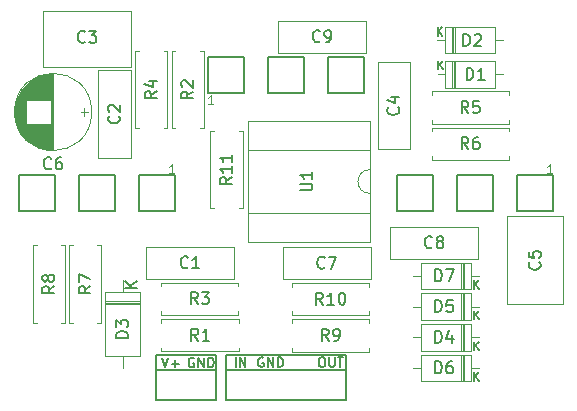
<source format=gto>
%TF.GenerationSoftware,KiCad,Pcbnew,6.0.0+dfsg1-2*%
%TF.CreationDate,2022-01-11T21:41:47+02:00*%
%TF.ProjectId,wattbreaker,77617474-6272-4656-916b-65722e6b6963,rev?*%
%TF.SameCoordinates,Original*%
%TF.FileFunction,Legend,Top*%
%TF.FilePolarity,Positive*%
%FSLAX46Y46*%
G04 Gerber Fmt 4.6, Leading zero omitted, Abs format (unit mm)*
G04 Created by KiCad (PCBNEW 6.0.0+dfsg1-2) date 2022-01-11 21:41:47*
%MOMM*%
%LPD*%
G01*
G04 APERTURE LIST*
%ADD10C,0.150000*%
%ADD11C,0.127000*%
%ADD12C,0.100000*%
%ADD13C,0.120000*%
%ADD14R,1.600000X1.600000*%
%ADD15O,1.600000X1.600000*%
%ADD16C,1.600000*%
%ADD17R,2.540000X2.540000*%
%ADD18O,2.540000X2.540000*%
%ADD19R,2.200000X2.200000*%
%ADD20O,2.200000X2.200000*%
%ADD21R,1.930400X1.930400*%
%ADD22O,1.930400X1.930400*%
G04 APERTURE END LIST*
D10*
%TO.C,U1*%
X110252380Y-65761904D02*
X111061904Y-65761904D01*
X111157142Y-65714285D01*
X111204761Y-65666666D01*
X111252380Y-65571428D01*
X111252380Y-65380952D01*
X111204761Y-65285714D01*
X111157142Y-65238095D01*
X111061904Y-65190476D01*
X110252380Y-65190476D01*
X111252380Y-64190476D02*
X111252380Y-64761904D01*
X111252380Y-64476190D02*
X110252380Y-64476190D01*
X110395238Y-64571428D01*
X110490476Y-64666666D01*
X110538095Y-64761904D01*
%TO.C,D5*%
X121661904Y-76042380D02*
X121661904Y-75042380D01*
X121900000Y-75042380D01*
X122042857Y-75090000D01*
X122138095Y-75185238D01*
X122185714Y-75280476D01*
X122233333Y-75470952D01*
X122233333Y-75613809D01*
X122185714Y-75804285D01*
X122138095Y-75899523D01*
X122042857Y-75994761D01*
X121900000Y-76042380D01*
X121661904Y-76042380D01*
X123138095Y-75042380D02*
X122661904Y-75042380D01*
X122614285Y-75518571D01*
X122661904Y-75470952D01*
X122757142Y-75423333D01*
X122995238Y-75423333D01*
X123090476Y-75470952D01*
X123138095Y-75518571D01*
X123185714Y-75613809D01*
X123185714Y-75851904D01*
X123138095Y-75947142D01*
X123090476Y-75994761D01*
X122995238Y-76042380D01*
X122757142Y-76042380D01*
X122661904Y-75994761D01*
X122614285Y-75947142D01*
D11*
X124966666Y-76656666D02*
X124966666Y-75956666D01*
X125366666Y-76656666D02*
X125066666Y-76256666D01*
X125366666Y-75956666D02*
X124966666Y-76356666D01*
D10*
%TO.C,C6*%
X89153333Y-63877142D02*
X89105714Y-63924761D01*
X88962857Y-63972380D01*
X88867619Y-63972380D01*
X88724761Y-63924761D01*
X88629523Y-63829523D01*
X88581904Y-63734285D01*
X88534285Y-63543809D01*
X88534285Y-63400952D01*
X88581904Y-63210476D01*
X88629523Y-63115238D01*
X88724761Y-63020000D01*
X88867619Y-62972380D01*
X88962857Y-62972380D01*
X89105714Y-63020000D01*
X89153333Y-63067619D01*
X90010476Y-62972380D02*
X89820000Y-62972380D01*
X89724761Y-63020000D01*
X89677142Y-63067619D01*
X89581904Y-63210476D01*
X89534285Y-63400952D01*
X89534285Y-63781904D01*
X89581904Y-63877142D01*
X89629523Y-63924761D01*
X89724761Y-63972380D01*
X89915238Y-63972380D01*
X90010476Y-63924761D01*
X90058095Y-63877142D01*
X90105714Y-63781904D01*
X90105714Y-63543809D01*
X90058095Y-63448571D01*
X90010476Y-63400952D01*
X89915238Y-63353333D01*
X89724761Y-63353333D01*
X89629523Y-63400952D01*
X89581904Y-63448571D01*
X89534285Y-63543809D01*
%TO.C,R8*%
X89422380Y-73856666D02*
X88946190Y-74190000D01*
X89422380Y-74428095D02*
X88422380Y-74428095D01*
X88422380Y-74047142D01*
X88470000Y-73951904D01*
X88517619Y-73904285D01*
X88612857Y-73856666D01*
X88755714Y-73856666D01*
X88850952Y-73904285D01*
X88898571Y-73951904D01*
X88946190Y-74047142D01*
X88946190Y-74428095D01*
X88850952Y-73285238D02*
X88803333Y-73380476D01*
X88755714Y-73428095D01*
X88660476Y-73475714D01*
X88612857Y-73475714D01*
X88517619Y-73428095D01*
X88470000Y-73380476D01*
X88422380Y-73285238D01*
X88422380Y-73094761D01*
X88470000Y-72999523D01*
X88517619Y-72951904D01*
X88612857Y-72904285D01*
X88660476Y-72904285D01*
X88755714Y-72951904D01*
X88803333Y-72999523D01*
X88850952Y-73094761D01*
X88850952Y-73285238D01*
X88898571Y-73380476D01*
X88946190Y-73428095D01*
X89041428Y-73475714D01*
X89231904Y-73475714D01*
X89327142Y-73428095D01*
X89374761Y-73380476D01*
X89422380Y-73285238D01*
X89422380Y-73094761D01*
X89374761Y-72999523D01*
X89327142Y-72951904D01*
X89231904Y-72904285D01*
X89041428Y-72904285D01*
X88946190Y-72951904D01*
X88898571Y-72999523D01*
X88850952Y-73094761D01*
D12*
%TO.C,RV3*%
X102870617Y-58449310D02*
X102429382Y-58449310D01*
X102650000Y-58449310D02*
X102650000Y-57677150D01*
X102576460Y-57787459D01*
X102502921Y-57860998D01*
X102429382Y-57897767D01*
D10*
%TO.C,D3*%
X95662380Y-78248095D02*
X94662380Y-78248095D01*
X94662380Y-78010000D01*
X94710000Y-77867142D01*
X94805238Y-77771904D01*
X94900476Y-77724285D01*
X95090952Y-77676666D01*
X95233809Y-77676666D01*
X95424285Y-77724285D01*
X95519523Y-77771904D01*
X95614761Y-77867142D01*
X95662380Y-78010000D01*
X95662380Y-78248095D01*
X94662380Y-77343333D02*
X94662380Y-76724285D01*
X95043333Y-77057619D01*
X95043333Y-76914761D01*
X95090952Y-76819523D01*
X95138571Y-76771904D01*
X95233809Y-76724285D01*
X95471904Y-76724285D01*
X95567142Y-76771904D01*
X95614761Y-76819523D01*
X95662380Y-76914761D01*
X95662380Y-77200476D01*
X95614761Y-77295714D01*
X95567142Y-77343333D01*
X96412380Y-74021904D02*
X95412380Y-74021904D01*
X96412380Y-73450476D02*
X95840952Y-73879047D01*
X95412380Y-73450476D02*
X95983809Y-74021904D01*
%TO.C,C2*%
X94887142Y-59476666D02*
X94934761Y-59524285D01*
X94982380Y-59667142D01*
X94982380Y-59762380D01*
X94934761Y-59905238D01*
X94839523Y-60000476D01*
X94744285Y-60048095D01*
X94553809Y-60095714D01*
X94410952Y-60095714D01*
X94220476Y-60048095D01*
X94125238Y-60000476D01*
X94030000Y-59905238D01*
X93982380Y-59762380D01*
X93982380Y-59667142D01*
X94030000Y-59524285D01*
X94077619Y-59476666D01*
X94077619Y-59095714D02*
X94030000Y-59048095D01*
X93982380Y-58952857D01*
X93982380Y-58714761D01*
X94030000Y-58619523D01*
X94077619Y-58571904D01*
X94172857Y-58524285D01*
X94268095Y-58524285D01*
X94410952Y-58571904D01*
X94982380Y-59143333D01*
X94982380Y-58524285D01*
%TO.C,R4*%
X98082380Y-57376666D02*
X97606190Y-57710000D01*
X98082380Y-57948095D02*
X97082380Y-57948095D01*
X97082380Y-57567142D01*
X97130000Y-57471904D01*
X97177619Y-57424285D01*
X97272857Y-57376666D01*
X97415714Y-57376666D01*
X97510952Y-57424285D01*
X97558571Y-57471904D01*
X97606190Y-57567142D01*
X97606190Y-57948095D01*
X97415714Y-56519523D02*
X98082380Y-56519523D01*
X97034761Y-56757619D02*
X97749047Y-56995714D01*
X97749047Y-56376666D01*
%TO.C,R1*%
X101598333Y-78477380D02*
X101265000Y-78001190D01*
X101026904Y-78477380D02*
X101026904Y-77477380D01*
X101407857Y-77477380D01*
X101503095Y-77525000D01*
X101550714Y-77572619D01*
X101598333Y-77667857D01*
X101598333Y-77810714D01*
X101550714Y-77905952D01*
X101503095Y-77953571D01*
X101407857Y-78001190D01*
X101026904Y-78001190D01*
X102550714Y-78477380D02*
X101979285Y-78477380D01*
X102265000Y-78477380D02*
X102265000Y-77477380D01*
X102169761Y-77620238D01*
X102074523Y-77715476D01*
X101979285Y-77763095D01*
%TO.C,D4*%
X121661904Y-78652380D02*
X121661904Y-77652380D01*
X121900000Y-77652380D01*
X122042857Y-77700000D01*
X122138095Y-77795238D01*
X122185714Y-77890476D01*
X122233333Y-78080952D01*
X122233333Y-78223809D01*
X122185714Y-78414285D01*
X122138095Y-78509523D01*
X122042857Y-78604761D01*
X121900000Y-78652380D01*
X121661904Y-78652380D01*
X123090476Y-77985714D02*
X123090476Y-78652380D01*
X122852380Y-77604761D02*
X122614285Y-78319047D01*
X123233333Y-78319047D01*
D11*
X124966666Y-79266666D02*
X124966666Y-78566666D01*
X125366666Y-79266666D02*
X125066666Y-78866666D01*
X125366666Y-78566666D02*
X124966666Y-78966666D01*
D10*
%TO.C,C8*%
X121403333Y-70547142D02*
X121355714Y-70594761D01*
X121212857Y-70642380D01*
X121117619Y-70642380D01*
X120974761Y-70594761D01*
X120879523Y-70499523D01*
X120831904Y-70404285D01*
X120784285Y-70213809D01*
X120784285Y-70070952D01*
X120831904Y-69880476D01*
X120879523Y-69785238D01*
X120974761Y-69690000D01*
X121117619Y-69642380D01*
X121212857Y-69642380D01*
X121355714Y-69690000D01*
X121403333Y-69737619D01*
X121974761Y-70070952D02*
X121879523Y-70023333D01*
X121831904Y-69975714D01*
X121784285Y-69880476D01*
X121784285Y-69832857D01*
X121831904Y-69737619D01*
X121879523Y-69690000D01*
X121974761Y-69642380D01*
X122165238Y-69642380D01*
X122260476Y-69690000D01*
X122308095Y-69737619D01*
X122355714Y-69832857D01*
X122355714Y-69880476D01*
X122308095Y-69975714D01*
X122260476Y-70023333D01*
X122165238Y-70070952D01*
X121974761Y-70070952D01*
X121879523Y-70118571D01*
X121831904Y-70166190D01*
X121784285Y-70261428D01*
X121784285Y-70451904D01*
X121831904Y-70547142D01*
X121879523Y-70594761D01*
X121974761Y-70642380D01*
X122165238Y-70642380D01*
X122260476Y-70594761D01*
X122308095Y-70547142D01*
X122355714Y-70451904D01*
X122355714Y-70261428D01*
X122308095Y-70166190D01*
X122260476Y-70118571D01*
X122165238Y-70070952D01*
%TO.C,R10*%
X112167142Y-75422380D02*
X111833809Y-74946190D01*
X111595714Y-75422380D02*
X111595714Y-74422380D01*
X111976666Y-74422380D01*
X112071904Y-74470000D01*
X112119523Y-74517619D01*
X112167142Y-74612857D01*
X112167142Y-74755714D01*
X112119523Y-74850952D01*
X112071904Y-74898571D01*
X111976666Y-74946190D01*
X111595714Y-74946190D01*
X113119523Y-75422380D02*
X112548095Y-75422380D01*
X112833809Y-75422380D02*
X112833809Y-74422380D01*
X112738571Y-74565238D01*
X112643333Y-74660476D01*
X112548095Y-74708095D01*
X113738571Y-74422380D02*
X113833809Y-74422380D01*
X113929047Y-74470000D01*
X113976666Y-74517619D01*
X114024285Y-74612857D01*
X114071904Y-74803333D01*
X114071904Y-75041428D01*
X114024285Y-75231904D01*
X113976666Y-75327142D01*
X113929047Y-75374761D01*
X113833809Y-75422380D01*
X113738571Y-75422380D01*
X113643333Y-75374761D01*
X113595714Y-75327142D01*
X113548095Y-75231904D01*
X113500476Y-75041428D01*
X113500476Y-74803333D01*
X113548095Y-74612857D01*
X113595714Y-74517619D01*
X113643333Y-74470000D01*
X113738571Y-74422380D01*
%TO.C,C7*%
X112308333Y-72282142D02*
X112260714Y-72329761D01*
X112117857Y-72377380D01*
X112022619Y-72377380D01*
X111879761Y-72329761D01*
X111784523Y-72234523D01*
X111736904Y-72139285D01*
X111689285Y-71948809D01*
X111689285Y-71805952D01*
X111736904Y-71615476D01*
X111784523Y-71520238D01*
X111879761Y-71425000D01*
X112022619Y-71377380D01*
X112117857Y-71377380D01*
X112260714Y-71425000D01*
X112308333Y-71472619D01*
X112641666Y-71377380D02*
X113308333Y-71377380D01*
X112879761Y-72377380D01*
%TO.C,R6*%
X124473333Y-62262380D02*
X124140000Y-61786190D01*
X123901904Y-62262380D02*
X123901904Y-61262380D01*
X124282857Y-61262380D01*
X124378095Y-61310000D01*
X124425714Y-61357619D01*
X124473333Y-61452857D01*
X124473333Y-61595714D01*
X124425714Y-61690952D01*
X124378095Y-61738571D01*
X124282857Y-61786190D01*
X123901904Y-61786190D01*
X125330476Y-61262380D02*
X125140000Y-61262380D01*
X125044761Y-61310000D01*
X124997142Y-61357619D01*
X124901904Y-61500476D01*
X124854285Y-61690952D01*
X124854285Y-62071904D01*
X124901904Y-62167142D01*
X124949523Y-62214761D01*
X125044761Y-62262380D01*
X125235238Y-62262380D01*
X125330476Y-62214761D01*
X125378095Y-62167142D01*
X125425714Y-62071904D01*
X125425714Y-61833809D01*
X125378095Y-61738571D01*
X125330476Y-61690952D01*
X125235238Y-61643333D01*
X125044761Y-61643333D01*
X124949523Y-61690952D01*
X124901904Y-61738571D01*
X124854285Y-61833809D01*
%TO.C,D2*%
X124061904Y-53532380D02*
X124061904Y-52532380D01*
X124300000Y-52532380D01*
X124442857Y-52580000D01*
X124538095Y-52675238D01*
X124585714Y-52770476D01*
X124633333Y-52960952D01*
X124633333Y-53103809D01*
X124585714Y-53294285D01*
X124538095Y-53389523D01*
X124442857Y-53484761D01*
X124300000Y-53532380D01*
X124061904Y-53532380D01*
X125014285Y-52627619D02*
X125061904Y-52580000D01*
X125157142Y-52532380D01*
X125395238Y-52532380D01*
X125490476Y-52580000D01*
X125538095Y-52627619D01*
X125585714Y-52722857D01*
X125585714Y-52818095D01*
X125538095Y-52960952D01*
X124966666Y-53532380D01*
X125585714Y-53532380D01*
D11*
X121866666Y-52646666D02*
X121866666Y-51946666D01*
X122266666Y-52646666D02*
X121966666Y-52246666D01*
X122266666Y-51946666D02*
X121866666Y-52346666D01*
D10*
%TO.C,R5*%
X124473333Y-59202380D02*
X124140000Y-58726190D01*
X123901904Y-59202380D02*
X123901904Y-58202380D01*
X124282857Y-58202380D01*
X124378095Y-58250000D01*
X124425714Y-58297619D01*
X124473333Y-58392857D01*
X124473333Y-58535714D01*
X124425714Y-58630952D01*
X124378095Y-58678571D01*
X124282857Y-58726190D01*
X123901904Y-58726190D01*
X125378095Y-58202380D02*
X124901904Y-58202380D01*
X124854285Y-58678571D01*
X124901904Y-58630952D01*
X124997142Y-58583333D01*
X125235238Y-58583333D01*
X125330476Y-58630952D01*
X125378095Y-58678571D01*
X125425714Y-58773809D01*
X125425714Y-59011904D01*
X125378095Y-59107142D01*
X125330476Y-59154761D01*
X125235238Y-59202380D01*
X124997142Y-59202380D01*
X124901904Y-59154761D01*
X124854285Y-59107142D01*
%TO.C,R2*%
X101172380Y-57386666D02*
X100696190Y-57720000D01*
X101172380Y-57958095D02*
X100172380Y-57958095D01*
X100172380Y-57577142D01*
X100220000Y-57481904D01*
X100267619Y-57434285D01*
X100362857Y-57386666D01*
X100505714Y-57386666D01*
X100600952Y-57434285D01*
X100648571Y-57481904D01*
X100696190Y-57577142D01*
X100696190Y-57958095D01*
X100267619Y-57005714D02*
X100220000Y-56958095D01*
X100172380Y-56862857D01*
X100172380Y-56624761D01*
X100220000Y-56529523D01*
X100267619Y-56481904D01*
X100362857Y-56434285D01*
X100458095Y-56434285D01*
X100600952Y-56481904D01*
X101172380Y-57053333D01*
X101172380Y-56434285D01*
%TO.C,R11*%
X104442380Y-64652857D02*
X103966190Y-64986190D01*
X104442380Y-65224285D02*
X103442380Y-65224285D01*
X103442380Y-64843333D01*
X103490000Y-64748095D01*
X103537619Y-64700476D01*
X103632857Y-64652857D01*
X103775714Y-64652857D01*
X103870952Y-64700476D01*
X103918571Y-64748095D01*
X103966190Y-64843333D01*
X103966190Y-65224285D01*
X104442380Y-63700476D02*
X104442380Y-64271904D01*
X104442380Y-63986190D02*
X103442380Y-63986190D01*
X103585238Y-64081428D01*
X103680476Y-64176666D01*
X103728095Y-64271904D01*
X104442380Y-62748095D02*
X104442380Y-63319523D01*
X104442380Y-63033809D02*
X103442380Y-63033809D01*
X103585238Y-63129047D01*
X103680476Y-63224285D01*
X103728095Y-63319523D01*
D12*
%TO.C,RV1*%
X131570617Y-64317310D02*
X131129382Y-64317310D01*
X131350000Y-64317310D02*
X131350000Y-63545150D01*
X131276460Y-63655459D01*
X131202921Y-63728998D01*
X131129382Y-63765767D01*
D10*
%TO.C,C3*%
X92023333Y-53157142D02*
X91975714Y-53204761D01*
X91832857Y-53252380D01*
X91737619Y-53252380D01*
X91594761Y-53204761D01*
X91499523Y-53109523D01*
X91451904Y-53014285D01*
X91404285Y-52823809D01*
X91404285Y-52680952D01*
X91451904Y-52490476D01*
X91499523Y-52395238D01*
X91594761Y-52300000D01*
X91737619Y-52252380D01*
X91832857Y-52252380D01*
X91975714Y-52300000D01*
X92023333Y-52347619D01*
X92356666Y-52252380D02*
X92975714Y-52252380D01*
X92642380Y-52633333D01*
X92785238Y-52633333D01*
X92880476Y-52680952D01*
X92928095Y-52728571D01*
X92975714Y-52823809D01*
X92975714Y-53061904D01*
X92928095Y-53157142D01*
X92880476Y-53204761D01*
X92785238Y-53252380D01*
X92499523Y-53252380D01*
X92404285Y-53204761D01*
X92356666Y-53157142D01*
%TO.C,C9*%
X111908333Y-53107142D02*
X111860714Y-53154761D01*
X111717857Y-53202380D01*
X111622619Y-53202380D01*
X111479761Y-53154761D01*
X111384523Y-53059523D01*
X111336904Y-52964285D01*
X111289285Y-52773809D01*
X111289285Y-52630952D01*
X111336904Y-52440476D01*
X111384523Y-52345238D01*
X111479761Y-52250000D01*
X111622619Y-52202380D01*
X111717857Y-52202380D01*
X111860714Y-52250000D01*
X111908333Y-52297619D01*
X112384523Y-53202380D02*
X112575000Y-53202380D01*
X112670238Y-53154761D01*
X112717857Y-53107142D01*
X112813095Y-52964285D01*
X112860714Y-52773809D01*
X112860714Y-52392857D01*
X112813095Y-52297619D01*
X112765476Y-52250000D01*
X112670238Y-52202380D01*
X112479761Y-52202380D01*
X112384523Y-52250000D01*
X112336904Y-52297619D01*
X112289285Y-52392857D01*
X112289285Y-52630952D01*
X112336904Y-52726190D01*
X112384523Y-52773809D01*
X112479761Y-52821428D01*
X112670238Y-52821428D01*
X112765476Y-52773809D01*
X112813095Y-52726190D01*
X112860714Y-52630952D01*
%TO.C,R7*%
X92482380Y-73856666D02*
X92006190Y-74190000D01*
X92482380Y-74428095D02*
X91482380Y-74428095D01*
X91482380Y-74047142D01*
X91530000Y-73951904D01*
X91577619Y-73904285D01*
X91672857Y-73856666D01*
X91815714Y-73856666D01*
X91910952Y-73904285D01*
X91958571Y-73951904D01*
X92006190Y-74047142D01*
X92006190Y-74428095D01*
X91482380Y-73523333D02*
X91482380Y-72856666D01*
X92482380Y-73285238D01*
%TO.C,R9*%
X112643333Y-78502380D02*
X112310000Y-78026190D01*
X112071904Y-78502380D02*
X112071904Y-77502380D01*
X112452857Y-77502380D01*
X112548095Y-77550000D01*
X112595714Y-77597619D01*
X112643333Y-77692857D01*
X112643333Y-77835714D01*
X112595714Y-77930952D01*
X112548095Y-77978571D01*
X112452857Y-78026190D01*
X112071904Y-78026190D01*
X113119523Y-78502380D02*
X113310000Y-78502380D01*
X113405238Y-78454761D01*
X113452857Y-78407142D01*
X113548095Y-78264285D01*
X113595714Y-78073809D01*
X113595714Y-77692857D01*
X113548095Y-77597619D01*
X113500476Y-77550000D01*
X113405238Y-77502380D01*
X113214761Y-77502380D01*
X113119523Y-77550000D01*
X113071904Y-77597619D01*
X113024285Y-77692857D01*
X113024285Y-77930952D01*
X113071904Y-78026190D01*
X113119523Y-78073809D01*
X113214761Y-78121428D01*
X113405238Y-78121428D01*
X113500476Y-78073809D01*
X113548095Y-78026190D01*
X113595714Y-77930952D01*
D12*
%TO.C,RV2*%
X99570617Y-64317310D02*
X99129382Y-64317310D01*
X99350000Y-64317310D02*
X99350000Y-63545150D01*
X99276460Y-63655459D01*
X99202921Y-63728998D01*
X99129382Y-63765767D01*
D10*
%TO.C,C5*%
X130497142Y-71846666D02*
X130544761Y-71894285D01*
X130592380Y-72037142D01*
X130592380Y-72132380D01*
X130544761Y-72275238D01*
X130449523Y-72370476D01*
X130354285Y-72418095D01*
X130163809Y-72465714D01*
X130020952Y-72465714D01*
X129830476Y-72418095D01*
X129735238Y-72370476D01*
X129640000Y-72275238D01*
X129592380Y-72132380D01*
X129592380Y-72037142D01*
X129640000Y-71894285D01*
X129687619Y-71846666D01*
X129592380Y-70941904D02*
X129592380Y-71418095D01*
X130068571Y-71465714D01*
X130020952Y-71418095D01*
X129973333Y-71322857D01*
X129973333Y-71084761D01*
X130020952Y-70989523D01*
X130068571Y-70941904D01*
X130163809Y-70894285D01*
X130401904Y-70894285D01*
X130497142Y-70941904D01*
X130544761Y-70989523D01*
X130592380Y-71084761D01*
X130592380Y-71322857D01*
X130544761Y-71418095D01*
X130497142Y-71465714D01*
%TO.C,D1*%
X124341904Y-56382380D02*
X124341904Y-55382380D01*
X124580000Y-55382380D01*
X124722857Y-55430000D01*
X124818095Y-55525238D01*
X124865714Y-55620476D01*
X124913333Y-55810952D01*
X124913333Y-55953809D01*
X124865714Y-56144285D01*
X124818095Y-56239523D01*
X124722857Y-56334761D01*
X124580000Y-56382380D01*
X124341904Y-56382380D01*
X125865714Y-56382380D02*
X125294285Y-56382380D01*
X125580000Y-56382380D02*
X125580000Y-55382380D01*
X125484761Y-55525238D01*
X125389523Y-55620476D01*
X125294285Y-55668095D01*
D11*
X121896666Y-55496666D02*
X121896666Y-54796666D01*
X122296666Y-55496666D02*
X121996666Y-55096666D01*
X122296666Y-54796666D02*
X121896666Y-55196666D01*
D10*
%TO.C,D7*%
X121661904Y-73452380D02*
X121661904Y-72452380D01*
X121900000Y-72452380D01*
X122042857Y-72500000D01*
X122138095Y-72595238D01*
X122185714Y-72690476D01*
X122233333Y-72880952D01*
X122233333Y-73023809D01*
X122185714Y-73214285D01*
X122138095Y-73309523D01*
X122042857Y-73404761D01*
X121900000Y-73452380D01*
X121661904Y-73452380D01*
X122566666Y-72452380D02*
X123233333Y-72452380D01*
X122804761Y-73452380D01*
D11*
X124966666Y-74066666D02*
X124966666Y-73366666D01*
X125366666Y-74066666D02*
X125066666Y-73666666D01*
X125366666Y-73366666D02*
X124966666Y-73766666D01*
D10*
%TO.C,D6*%
X121661904Y-81242380D02*
X121661904Y-80242380D01*
X121900000Y-80242380D01*
X122042857Y-80290000D01*
X122138095Y-80385238D01*
X122185714Y-80480476D01*
X122233333Y-80670952D01*
X122233333Y-80813809D01*
X122185714Y-81004285D01*
X122138095Y-81099523D01*
X122042857Y-81194761D01*
X121900000Y-81242380D01*
X121661904Y-81242380D01*
X123090476Y-80242380D02*
X122900000Y-80242380D01*
X122804761Y-80290000D01*
X122757142Y-80337619D01*
X122661904Y-80480476D01*
X122614285Y-80670952D01*
X122614285Y-81051904D01*
X122661904Y-81147142D01*
X122709523Y-81194761D01*
X122804761Y-81242380D01*
X122995238Y-81242380D01*
X123090476Y-81194761D01*
X123138095Y-81147142D01*
X123185714Y-81051904D01*
X123185714Y-80813809D01*
X123138095Y-80718571D01*
X123090476Y-80670952D01*
X122995238Y-80623333D01*
X122804761Y-80623333D01*
X122709523Y-80670952D01*
X122661904Y-80718571D01*
X122614285Y-80813809D01*
D11*
X124966666Y-81856666D02*
X124966666Y-81156666D01*
X125366666Y-81856666D02*
X125066666Y-81456666D01*
X125366666Y-81156666D02*
X124966666Y-81556666D01*
D10*
%TO.C,C4*%
X118527142Y-58736666D02*
X118574761Y-58784285D01*
X118622380Y-58927142D01*
X118622380Y-59022380D01*
X118574761Y-59165238D01*
X118479523Y-59260476D01*
X118384285Y-59308095D01*
X118193809Y-59355714D01*
X118050952Y-59355714D01*
X117860476Y-59308095D01*
X117765238Y-59260476D01*
X117670000Y-59165238D01*
X117622380Y-59022380D01*
X117622380Y-58927142D01*
X117670000Y-58784285D01*
X117717619Y-58736666D01*
X117955714Y-57879523D02*
X118622380Y-57879523D01*
X117574761Y-58117619D02*
X118289047Y-58355714D01*
X118289047Y-57736666D01*
%TO.C,J1*%
X112010000Y-79906904D02*
X112162380Y-79906904D01*
X112238571Y-79945000D01*
X112314761Y-80021190D01*
X112352857Y-80173571D01*
X112352857Y-80440238D01*
X112314761Y-80592619D01*
X112238571Y-80668809D01*
X112162380Y-80706904D01*
X112010000Y-80706904D01*
X111933809Y-80668809D01*
X111857619Y-80592619D01*
X111819523Y-80440238D01*
X111819523Y-80173571D01*
X111857619Y-80021190D01*
X111933809Y-79945000D01*
X112010000Y-79906904D01*
X112695714Y-79906904D02*
X112695714Y-80554523D01*
X112733809Y-80630714D01*
X112771904Y-80668809D01*
X112848095Y-80706904D01*
X113000476Y-80706904D01*
X113076666Y-80668809D01*
X113114761Y-80630714D01*
X113152857Y-80554523D01*
X113152857Y-79906904D01*
X113419523Y-79906904D02*
X113876666Y-79906904D01*
X113648095Y-80706904D02*
X113648095Y-79906904D01*
X104770952Y-80706904D02*
X104770952Y-79906904D01*
X105151904Y-80706904D02*
X105151904Y-79906904D01*
X105609047Y-80706904D01*
X105609047Y-79906904D01*
X107120476Y-79945000D02*
X107044285Y-79906904D01*
X106930000Y-79906904D01*
X106815714Y-79945000D01*
X106739523Y-80021190D01*
X106701428Y-80097380D01*
X106663333Y-80249761D01*
X106663333Y-80364047D01*
X106701428Y-80516428D01*
X106739523Y-80592619D01*
X106815714Y-80668809D01*
X106930000Y-80706904D01*
X107006190Y-80706904D01*
X107120476Y-80668809D01*
X107158571Y-80630714D01*
X107158571Y-80364047D01*
X107006190Y-80364047D01*
X107501428Y-80706904D02*
X107501428Y-79906904D01*
X107958571Y-80706904D01*
X107958571Y-79906904D01*
X108339523Y-80706904D02*
X108339523Y-79906904D01*
X108530000Y-79906904D01*
X108644285Y-79945000D01*
X108720476Y-80021190D01*
X108758571Y-80097380D01*
X108796666Y-80249761D01*
X108796666Y-80364047D01*
X108758571Y-80516428D01*
X108720476Y-80592619D01*
X108644285Y-80668809D01*
X108530000Y-80706904D01*
X108339523Y-80706904D01*
%TO.C,R3*%
X101563333Y-75382380D02*
X101230000Y-74906190D01*
X100991904Y-75382380D02*
X100991904Y-74382380D01*
X101372857Y-74382380D01*
X101468095Y-74430000D01*
X101515714Y-74477619D01*
X101563333Y-74572857D01*
X101563333Y-74715714D01*
X101515714Y-74810952D01*
X101468095Y-74858571D01*
X101372857Y-74906190D01*
X100991904Y-74906190D01*
X101896666Y-74382380D02*
X102515714Y-74382380D01*
X102182380Y-74763333D01*
X102325238Y-74763333D01*
X102420476Y-74810952D01*
X102468095Y-74858571D01*
X102515714Y-74953809D01*
X102515714Y-75191904D01*
X102468095Y-75287142D01*
X102420476Y-75334761D01*
X102325238Y-75382380D01*
X102039523Y-75382380D01*
X101944285Y-75334761D01*
X101896666Y-75287142D01*
%TO.C,C1*%
X100733333Y-72257142D02*
X100685714Y-72304761D01*
X100542857Y-72352380D01*
X100447619Y-72352380D01*
X100304761Y-72304761D01*
X100209523Y-72209523D01*
X100161904Y-72114285D01*
X100114285Y-71923809D01*
X100114285Y-71780952D01*
X100161904Y-71590476D01*
X100209523Y-71495238D01*
X100304761Y-71400000D01*
X100447619Y-71352380D01*
X100542857Y-71352380D01*
X100685714Y-71400000D01*
X100733333Y-71447619D01*
X101685714Y-72352380D02*
X101114285Y-72352380D01*
X101400000Y-72352380D02*
X101400000Y-71352380D01*
X101304761Y-71495238D01*
X101209523Y-71590476D01*
X101114285Y-71638095D01*
%TO.C,J2*%
X101245476Y-79970000D02*
X101169285Y-79931904D01*
X101055000Y-79931904D01*
X100940714Y-79970000D01*
X100864523Y-80046190D01*
X100826428Y-80122380D01*
X100788333Y-80274761D01*
X100788333Y-80389047D01*
X100826428Y-80541428D01*
X100864523Y-80617619D01*
X100940714Y-80693809D01*
X101055000Y-80731904D01*
X101131190Y-80731904D01*
X101245476Y-80693809D01*
X101283571Y-80655714D01*
X101283571Y-80389047D01*
X101131190Y-80389047D01*
X101626428Y-80731904D02*
X101626428Y-79931904D01*
X102083571Y-80731904D01*
X102083571Y-79931904D01*
X102464523Y-80731904D02*
X102464523Y-79931904D01*
X102655000Y-79931904D01*
X102769285Y-79970000D01*
X102845476Y-80046190D01*
X102883571Y-80122380D01*
X102921666Y-80274761D01*
X102921666Y-80389047D01*
X102883571Y-80541428D01*
X102845476Y-80617619D01*
X102769285Y-80693809D01*
X102655000Y-80731904D01*
X102464523Y-80731904D01*
X98553095Y-79931904D02*
X98819761Y-80731904D01*
X99086428Y-79931904D01*
X99353095Y-80427142D02*
X99962619Y-80427142D01*
X99657857Y-80731904D02*
X99657857Y-80122380D01*
D13*
%TO.C,U1*%
X116130000Y-67660000D02*
X116130000Y-66010000D01*
X116190000Y-70150000D02*
X116190000Y-59870000D01*
X105850000Y-67660000D02*
X116130000Y-67660000D01*
X105790000Y-70150000D02*
X116190000Y-70150000D01*
X105850000Y-62360000D02*
X105850000Y-67660000D01*
X116190000Y-59870000D02*
X105790000Y-59870000D01*
X116130000Y-64010000D02*
X116130000Y-62360000D01*
X116130000Y-62360000D02*
X105850000Y-62360000D01*
X105790000Y-59870000D02*
X105790000Y-70150000D01*
X116130000Y-64010000D02*
G75*
G03*
X116130000Y-66010000I0J-1000000D01*
G01*
%TO.C,D5*%
X124710000Y-74470000D02*
X120470000Y-74470000D01*
X120470000Y-74470000D02*
X120470000Y-76710000D01*
X124110000Y-76710000D02*
X124110000Y-74470000D01*
X120470000Y-76710000D02*
X124710000Y-76710000D01*
X123870000Y-76710000D02*
X123870000Y-74470000D01*
X119820000Y-75590000D02*
X120470000Y-75590000D01*
X124710000Y-76710000D02*
X124710000Y-74470000D01*
X123990000Y-76710000D02*
X123990000Y-74470000D01*
X125360000Y-75590000D02*
X124710000Y-75590000D01*
%TO.C,C6*%
X87399000Y-61727000D02*
X87399000Y-60160000D01*
X88319000Y-62194000D02*
X88319000Y-60160000D01*
X88800000Y-62309000D02*
X88800000Y-60160000D01*
X88199000Y-58080000D02*
X88199000Y-56087000D01*
X87279000Y-61636000D02*
X87279000Y-60160000D01*
X88599000Y-62270000D02*
X88599000Y-60160000D01*
X87519000Y-61810000D02*
X87519000Y-60160000D01*
X88599000Y-58080000D02*
X88599000Y-55970000D01*
X87199000Y-61570000D02*
X87199000Y-60160000D01*
X89240000Y-62350000D02*
X89240000Y-55890000D01*
X89040000Y-62338000D02*
X89040000Y-60160000D01*
X86359000Y-60470000D02*
X86359000Y-57770000D01*
X87239000Y-61604000D02*
X87239000Y-60160000D01*
X87039000Y-58080000D02*
X87039000Y-56815000D01*
X86639000Y-60954000D02*
X86639000Y-57286000D01*
X86279000Y-60285000D02*
X86279000Y-57955000D01*
X86919000Y-61302000D02*
X86919000Y-56938000D01*
X87679000Y-61910000D02*
X87679000Y-60160000D01*
X89200000Y-62348000D02*
X89200000Y-55892000D01*
X87799000Y-58080000D02*
X87799000Y-56264000D01*
X87959000Y-58080000D02*
X87959000Y-56186000D01*
X87319000Y-58080000D02*
X87319000Y-56572000D01*
X88720000Y-58080000D02*
X88720000Y-55945000D01*
X88239000Y-62167000D02*
X88239000Y-60160000D01*
X87759000Y-61954000D02*
X87759000Y-60160000D01*
X87079000Y-61463000D02*
X87079000Y-60160000D01*
X87039000Y-61425000D02*
X87039000Y-60160000D01*
X87839000Y-58080000D02*
X87839000Y-56244000D01*
X86799000Y-61164000D02*
X86799000Y-57076000D01*
X88159000Y-58080000D02*
X88159000Y-56102000D01*
X88319000Y-58080000D02*
X88319000Y-56046000D01*
X87479000Y-58080000D02*
X87479000Y-56456000D01*
X88439000Y-58080000D02*
X88439000Y-56010000D01*
X88479000Y-62241000D02*
X88479000Y-60160000D01*
X88680000Y-62287000D02*
X88680000Y-60160000D01*
X87359000Y-61698000D02*
X87359000Y-60160000D01*
X88880000Y-58080000D02*
X88880000Y-55919000D01*
X87359000Y-58080000D02*
X87359000Y-56542000D01*
X86999000Y-61385000D02*
X86999000Y-56855000D01*
X88720000Y-62295000D02*
X88720000Y-60160000D01*
X88640000Y-62279000D02*
X88640000Y-60160000D01*
X88760000Y-58080000D02*
X88760000Y-55938000D01*
X86839000Y-61212000D02*
X86839000Y-57028000D01*
X87159000Y-61536000D02*
X87159000Y-60160000D01*
X89120000Y-62344000D02*
X89120000Y-55896000D01*
X88199000Y-62153000D02*
X88199000Y-60160000D01*
X88680000Y-58080000D02*
X88680000Y-55953000D01*
X89320000Y-62350000D02*
X89320000Y-55890000D01*
X87279000Y-58080000D02*
X87279000Y-56604000D01*
X88399000Y-58080000D02*
X88399000Y-56022000D01*
X87719000Y-58080000D02*
X87719000Y-56308000D01*
X87319000Y-61668000D02*
X87319000Y-60160000D01*
X86319000Y-60382000D02*
X86319000Y-57858000D01*
X86439000Y-60629000D02*
X86439000Y-57611000D01*
X86199000Y-60060000D02*
X86199000Y-58180000D01*
X89080000Y-58080000D02*
X89080000Y-55898000D01*
X88279000Y-58080000D02*
X88279000Y-56059000D01*
X88840000Y-58080000D02*
X88840000Y-55925000D01*
X88920000Y-62326000D02*
X88920000Y-60160000D01*
X88359000Y-62206000D02*
X88359000Y-60160000D01*
X87879000Y-58080000D02*
X87879000Y-56224000D01*
X88920000Y-58080000D02*
X88920000Y-55914000D01*
X87799000Y-61976000D02*
X87799000Y-60160000D01*
X88079000Y-58080000D02*
X88079000Y-56134000D01*
X86559000Y-60834000D02*
X86559000Y-57406000D01*
X88760000Y-62302000D02*
X88760000Y-60160000D01*
X88519000Y-58080000D02*
X88519000Y-55989000D01*
X88359000Y-58080000D02*
X88359000Y-56034000D01*
X88119000Y-58080000D02*
X88119000Y-56118000D01*
X87479000Y-61784000D02*
X87479000Y-60160000D01*
X88559000Y-58080000D02*
X88559000Y-55979000D01*
X87719000Y-61932000D02*
X87719000Y-60160000D01*
X88279000Y-62181000D02*
X88279000Y-60160000D01*
X89000000Y-58080000D02*
X89000000Y-55905000D01*
X87559000Y-61836000D02*
X87559000Y-60160000D01*
X87519000Y-58080000D02*
X87519000Y-56430000D01*
X87999000Y-62072000D02*
X87999000Y-60160000D01*
X86079000Y-59522000D02*
X86079000Y-58718000D01*
X88479000Y-58080000D02*
X88479000Y-55999000D01*
X87919000Y-58080000D02*
X87919000Y-56204000D01*
X87559000Y-58080000D02*
X87559000Y-56404000D01*
X87239000Y-58080000D02*
X87239000Y-56636000D01*
X87759000Y-58080000D02*
X87759000Y-56286000D01*
X88439000Y-62230000D02*
X88439000Y-60160000D01*
X88519000Y-62251000D02*
X88519000Y-60160000D01*
X88840000Y-62315000D02*
X88840000Y-60160000D01*
X87159000Y-58080000D02*
X87159000Y-56704000D01*
X86759000Y-61115000D02*
X86759000Y-57125000D01*
X86239000Y-60179000D02*
X86239000Y-58061000D01*
X87119000Y-58080000D02*
X87119000Y-56740000D01*
X87639000Y-58080000D02*
X87639000Y-56354000D01*
X88079000Y-62106000D02*
X88079000Y-60160000D01*
X87599000Y-61862000D02*
X87599000Y-60160000D01*
X92287000Y-59120000D02*
X91657000Y-59120000D01*
X88960000Y-58080000D02*
X88960000Y-55909000D01*
X88039000Y-62090000D02*
X88039000Y-60160000D01*
X88640000Y-58080000D02*
X88640000Y-55961000D01*
X88559000Y-62261000D02*
X88559000Y-60160000D01*
X87639000Y-61886000D02*
X87639000Y-60160000D01*
X86519000Y-60770000D02*
X86519000Y-57470000D01*
X89280000Y-62350000D02*
X89280000Y-55890000D01*
X87919000Y-62036000D02*
X87919000Y-60160000D01*
X87839000Y-61996000D02*
X87839000Y-60160000D01*
X89080000Y-62342000D02*
X89080000Y-60160000D01*
X88239000Y-58080000D02*
X88239000Y-56073000D01*
X87079000Y-58080000D02*
X87079000Y-56777000D01*
X88800000Y-58080000D02*
X88800000Y-55931000D01*
X87199000Y-58080000D02*
X87199000Y-56670000D01*
X87679000Y-58080000D02*
X87679000Y-56330000D01*
X86719000Y-61064000D02*
X86719000Y-57176000D01*
X91972000Y-59435000D02*
X91972000Y-58805000D01*
X88880000Y-62321000D02*
X88880000Y-60160000D01*
X86599000Y-60896000D02*
X86599000Y-57344000D01*
X87959000Y-62054000D02*
X87959000Y-60160000D01*
X89040000Y-58080000D02*
X89040000Y-55902000D01*
X86679000Y-61010000D02*
X86679000Y-57230000D01*
X86399000Y-60552000D02*
X86399000Y-57688000D01*
X87439000Y-61756000D02*
X87439000Y-60160000D01*
X88960000Y-62331000D02*
X88960000Y-60160000D01*
X87119000Y-61500000D02*
X87119000Y-60160000D01*
X88399000Y-62218000D02*
X88399000Y-60160000D01*
X89000000Y-62335000D02*
X89000000Y-60160000D01*
X88119000Y-62122000D02*
X88119000Y-60160000D01*
X88039000Y-58080000D02*
X88039000Y-56150000D01*
X86119000Y-59753000D02*
X86119000Y-58487000D01*
X87599000Y-58080000D02*
X87599000Y-56378000D01*
X87439000Y-58080000D02*
X87439000Y-56484000D01*
X87879000Y-62016000D02*
X87879000Y-60160000D01*
X88159000Y-62138000D02*
X88159000Y-60160000D01*
X87999000Y-58080000D02*
X87999000Y-56168000D01*
X86959000Y-61344000D02*
X86959000Y-56896000D01*
X86479000Y-60701000D02*
X86479000Y-57539000D01*
X86879000Y-61257000D02*
X86879000Y-56983000D01*
X86159000Y-59922000D02*
X86159000Y-58318000D01*
X87399000Y-58080000D02*
X87399000Y-56513000D01*
X89160000Y-62347000D02*
X89160000Y-55893000D01*
X92590000Y-59120000D02*
G75*
G03*
X92590000Y-59120000I-3270000J0D01*
G01*
%TO.C,R8*%
X90340000Y-76960000D02*
X90340000Y-70420000D01*
X87930000Y-76960000D02*
X87600000Y-76960000D01*
X87600000Y-76960000D02*
X87600000Y-70420000D01*
X87600000Y-70420000D02*
X87930000Y-70420000D01*
X90010000Y-76960000D02*
X90340000Y-76960000D01*
X90340000Y-70420000D02*
X90010000Y-70420000D01*
D11*
%TO.C,RV3*%
X110524000Y-54476000D02*
X107476000Y-54476000D01*
X110524000Y-57524000D02*
X107476000Y-57524000D01*
X105444000Y-57524000D02*
X105444000Y-54476000D01*
X105444000Y-54476000D02*
X102396000Y-54476000D01*
X107476000Y-54476000D02*
X107476000Y-57524000D01*
X102396000Y-54476000D02*
X102396000Y-57524000D01*
X115604000Y-57524000D02*
X112556000Y-57524000D01*
X115604000Y-57524000D02*
X115604000Y-54476000D01*
X110524000Y-57524000D02*
X110524000Y-54476000D01*
X115604000Y-54476000D02*
X112556000Y-54476000D01*
X112556000Y-54476000D02*
X112556000Y-57524000D01*
X105444000Y-57524000D02*
X102396000Y-57524000D01*
D13*
%TO.C,D3*%
X95210000Y-73350000D02*
X95210000Y-74370000D01*
X93740000Y-74370000D02*
X93740000Y-79810000D01*
X93740000Y-79810000D02*
X96680000Y-79810000D01*
X96680000Y-75150000D02*
X93740000Y-75150000D01*
X96680000Y-74370000D02*
X93740000Y-74370000D01*
X96680000Y-75270000D02*
X93740000Y-75270000D01*
X96680000Y-75390000D02*
X93740000Y-75390000D01*
X96680000Y-79810000D02*
X96680000Y-74370000D01*
X95210000Y-80830000D02*
X95210000Y-79810000D01*
%TO.C,C2*%
X95900000Y-55590000D02*
X93160000Y-55590000D01*
X95900000Y-55590000D02*
X95900000Y-63030000D01*
X93160000Y-55590000D02*
X93160000Y-63030000D01*
X95900000Y-63030000D02*
X93160000Y-63030000D01*
%TO.C,R4*%
X98670000Y-60480000D02*
X99000000Y-60480000D01*
X96590000Y-60480000D02*
X96260000Y-60480000D01*
X96260000Y-53940000D02*
X96590000Y-53940000D01*
X99000000Y-60480000D02*
X99000000Y-53940000D01*
X96260000Y-60480000D02*
X96260000Y-53940000D01*
X99000000Y-53940000D02*
X98670000Y-53940000D01*
%TO.C,R1*%
X105035000Y-76655000D02*
X98495000Y-76655000D01*
X98495000Y-79395000D02*
X98495000Y-79065000D01*
X105035000Y-76985000D02*
X105035000Y-76655000D01*
X98495000Y-76655000D02*
X98495000Y-76985000D01*
X105035000Y-79395000D02*
X98495000Y-79395000D01*
X105035000Y-79065000D02*
X105035000Y-79395000D01*
%TO.C,D4*%
X124710000Y-79320000D02*
X124710000Y-77080000D01*
X119820000Y-78200000D02*
X120470000Y-78200000D01*
X124710000Y-77080000D02*
X120470000Y-77080000D01*
X120470000Y-79320000D02*
X124710000Y-79320000D01*
X123870000Y-79320000D02*
X123870000Y-77080000D01*
X123990000Y-79320000D02*
X123990000Y-77080000D01*
X120470000Y-77080000D02*
X120470000Y-79320000D01*
X125360000Y-78200000D02*
X124710000Y-78200000D01*
X124110000Y-79320000D02*
X124110000Y-77080000D01*
%TO.C,C8*%
X125290000Y-71560000D02*
X125290000Y-68820000D01*
X125290000Y-68820000D02*
X117850000Y-68820000D01*
X117850000Y-71560000D02*
X117850000Y-68820000D01*
X125290000Y-71560000D02*
X117850000Y-71560000D01*
%TO.C,R10*%
X109540000Y-73930000D02*
X109540000Y-73600000D01*
X109540000Y-73600000D02*
X116080000Y-73600000D01*
X116080000Y-76340000D02*
X116080000Y-76010000D01*
X109540000Y-76010000D02*
X109540000Y-76340000D01*
X109540000Y-76340000D02*
X116080000Y-76340000D01*
X116080000Y-73600000D02*
X116080000Y-73930000D01*
%TO.C,C7*%
X108755000Y-73295000D02*
X116195000Y-73295000D01*
X116195000Y-70555000D02*
X116195000Y-73295000D01*
X108755000Y-70555000D02*
X116195000Y-70555000D01*
X108755000Y-70555000D02*
X108755000Y-73295000D01*
%TO.C,R6*%
X121370000Y-60440000D02*
X127910000Y-60440000D01*
X121370000Y-62850000D02*
X121370000Y-63180000D01*
X121370000Y-63180000D02*
X127910000Y-63180000D01*
X127910000Y-63180000D02*
X127910000Y-62850000D01*
X121370000Y-60770000D02*
X121370000Y-60440000D01*
X127910000Y-60440000D02*
X127910000Y-60770000D01*
%TO.C,D2*%
X123210000Y-51910000D02*
X123210000Y-54150000D01*
X127380000Y-53030000D02*
X126730000Y-53030000D01*
X126730000Y-54150000D02*
X126730000Y-51910000D01*
X122490000Y-54150000D02*
X126730000Y-54150000D01*
X122490000Y-51910000D02*
X122490000Y-54150000D01*
X126730000Y-51910000D02*
X122490000Y-51910000D01*
X123330000Y-51910000D02*
X123330000Y-54150000D01*
X123090000Y-51910000D02*
X123090000Y-54150000D01*
X121840000Y-53030000D02*
X122490000Y-53030000D01*
%TO.C,R5*%
X121370000Y-60120000D02*
X127910000Y-60120000D01*
X127910000Y-60120000D02*
X127910000Y-59790000D01*
X121370000Y-57380000D02*
X127910000Y-57380000D01*
X121370000Y-59790000D02*
X121370000Y-60120000D01*
X121370000Y-57710000D02*
X121370000Y-57380000D01*
X127910000Y-57380000D02*
X127910000Y-57710000D01*
%TO.C,R2*%
X102090000Y-60490000D02*
X102090000Y-53950000D01*
X99350000Y-53950000D02*
X99680000Y-53950000D01*
X101760000Y-60490000D02*
X102090000Y-60490000D01*
X99350000Y-60490000D02*
X99350000Y-53950000D01*
X102090000Y-53950000D02*
X101760000Y-53950000D01*
X99680000Y-60490000D02*
X99350000Y-60490000D01*
%TO.C,R11*%
X105030000Y-67280000D02*
X105360000Y-67280000D01*
X102950000Y-67280000D02*
X102620000Y-67280000D01*
X102620000Y-67280000D02*
X102620000Y-60740000D01*
X105360000Y-60740000D02*
X105030000Y-60740000D01*
X105360000Y-67280000D02*
X105360000Y-60740000D01*
X102620000Y-60740000D02*
X102950000Y-60740000D01*
D11*
%TO.C,RV1*%
X121444000Y-67524000D02*
X121444000Y-64476000D01*
X128556000Y-64476000D02*
X131604000Y-64476000D01*
X131604000Y-67524000D02*
X131604000Y-64476000D01*
X123476000Y-67524000D02*
X126524000Y-67524000D01*
X118396000Y-67524000D02*
X121444000Y-67524000D01*
X128556000Y-67524000D02*
X131604000Y-67524000D01*
X126524000Y-67524000D02*
X126524000Y-64476000D01*
X128556000Y-64476000D02*
X128556000Y-67524000D01*
X118396000Y-64476000D02*
X121444000Y-64476000D01*
X118396000Y-64476000D02*
X118396000Y-67524000D01*
X123476000Y-64476000D02*
X123476000Y-67524000D01*
X123476000Y-64476000D02*
X126524000Y-64476000D01*
D13*
%TO.C,C3*%
X95910000Y-55270000D02*
X95910000Y-50530000D01*
X95910000Y-50530000D02*
X88470000Y-50530000D01*
X95910000Y-55270000D02*
X88470000Y-55270000D01*
X88470000Y-55270000D02*
X88470000Y-50530000D01*
%TO.C,C9*%
X115795000Y-51380000D02*
X108355000Y-51380000D01*
X115795000Y-54120000D02*
X108355000Y-54120000D01*
X115795000Y-54120000D02*
X115795000Y-51380000D01*
X108355000Y-54120000D02*
X108355000Y-51380000D01*
%TO.C,R7*%
X90990000Y-76960000D02*
X90660000Y-76960000D01*
X93400000Y-76960000D02*
X93400000Y-70420000D01*
X93400000Y-70420000D02*
X93070000Y-70420000D01*
X90660000Y-70420000D02*
X90990000Y-70420000D01*
X90660000Y-76960000D02*
X90660000Y-70420000D01*
X93070000Y-76960000D02*
X93400000Y-76960000D01*
%TO.C,R9*%
X116080000Y-76680000D02*
X116080000Y-77010000D01*
X109540000Y-76680000D02*
X116080000Y-76680000D01*
X109540000Y-79420000D02*
X116080000Y-79420000D01*
X116080000Y-79420000D02*
X116080000Y-79090000D01*
X109540000Y-77010000D02*
X109540000Y-76680000D01*
X109540000Y-79090000D02*
X109540000Y-79420000D01*
D11*
%TO.C,RV2*%
X91476000Y-64476000D02*
X94524000Y-64476000D01*
X91476000Y-64476000D02*
X91476000Y-67524000D01*
X86396000Y-64476000D02*
X86396000Y-67524000D01*
X91476000Y-67524000D02*
X94524000Y-67524000D01*
X96556000Y-67524000D02*
X99604000Y-67524000D01*
X94524000Y-67524000D02*
X94524000Y-64476000D01*
X86396000Y-67524000D02*
X89444000Y-67524000D01*
X89444000Y-67524000D02*
X89444000Y-64476000D01*
X86396000Y-64476000D02*
X89444000Y-64476000D01*
X96556000Y-64476000D02*
X96556000Y-67524000D01*
X99604000Y-67524000D02*
X99604000Y-64476000D01*
X96556000Y-64476000D02*
X99604000Y-64476000D01*
D13*
%TO.C,C5*%
X132510000Y-67960000D02*
X132510000Y-75400000D01*
X127770000Y-67960000D02*
X127770000Y-75400000D01*
X132510000Y-75400000D02*
X127770000Y-75400000D01*
X132510000Y-67960000D02*
X127770000Y-67960000D01*
%TO.C,D1*%
X123120000Y-54810000D02*
X123120000Y-57050000D01*
X121870000Y-55930000D02*
X122520000Y-55930000D01*
X123360000Y-54810000D02*
X123360000Y-57050000D01*
X123240000Y-54810000D02*
X123240000Y-57050000D01*
X122520000Y-54810000D02*
X122520000Y-57050000D01*
X126760000Y-54810000D02*
X122520000Y-54810000D01*
X126760000Y-57050000D02*
X126760000Y-54810000D01*
X127410000Y-55930000D02*
X126760000Y-55930000D01*
X122520000Y-57050000D02*
X126760000Y-57050000D01*
%TO.C,D7*%
X124710000Y-74120000D02*
X124710000Y-71880000D01*
X123990000Y-74120000D02*
X123990000Y-71880000D01*
X124110000Y-74120000D02*
X124110000Y-71880000D01*
X120470000Y-71880000D02*
X120470000Y-74120000D01*
X125360000Y-73000000D02*
X124710000Y-73000000D01*
X123870000Y-74120000D02*
X123870000Y-71880000D01*
X119820000Y-73000000D02*
X120470000Y-73000000D01*
X124710000Y-71880000D02*
X120470000Y-71880000D01*
X120470000Y-74120000D02*
X124710000Y-74120000D01*
%TO.C,D6*%
X124710000Y-81910000D02*
X124710000Y-79670000D01*
X124710000Y-79670000D02*
X120470000Y-79670000D01*
X124110000Y-81910000D02*
X124110000Y-79670000D01*
X119820000Y-80790000D02*
X120470000Y-80790000D01*
X123990000Y-81910000D02*
X123990000Y-79670000D01*
X125360000Y-80790000D02*
X124710000Y-80790000D01*
X120470000Y-81910000D02*
X124710000Y-81910000D01*
X123870000Y-81910000D02*
X123870000Y-79670000D01*
X120470000Y-79670000D02*
X120470000Y-81910000D01*
%TO.C,C4*%
X119540000Y-54850000D02*
X119540000Y-62290000D01*
X119540000Y-62290000D02*
X116800000Y-62290000D01*
X119540000Y-54850000D02*
X116800000Y-54850000D01*
X116800000Y-54850000D02*
X116800000Y-62290000D01*
D11*
%TO.C,J1*%
X103920000Y-80980000D02*
X103920000Y-79710000D01*
X114080000Y-83520000D02*
X103920000Y-83520000D01*
X114080000Y-80980000D02*
X114080000Y-79710000D01*
X103920000Y-80980000D02*
X114080000Y-80980000D01*
X103920000Y-83520000D02*
X103920000Y-80980000D01*
X114080000Y-83520000D02*
X114080000Y-80980000D01*
X114080000Y-79710000D02*
X103920000Y-79710000D01*
D13*
%TO.C,R3*%
X105000000Y-73890000D02*
X105000000Y-73560000D01*
X98460000Y-73560000D02*
X98460000Y-73890000D01*
X105000000Y-76300000D02*
X98460000Y-76300000D01*
X98460000Y-76300000D02*
X98460000Y-75970000D01*
X105000000Y-75970000D02*
X105000000Y-76300000D01*
X105000000Y-73560000D02*
X98460000Y-73560000D01*
%TO.C,C1*%
X97180000Y-73270000D02*
X97180000Y-70530000D01*
X104620000Y-73270000D02*
X104620000Y-70530000D01*
X104620000Y-73270000D02*
X97180000Y-73270000D01*
X104620000Y-70530000D02*
X97180000Y-70530000D01*
D11*
%TO.C,J2*%
X103125000Y-83545000D02*
X98045000Y-83545000D01*
X98045000Y-81005000D02*
X98045000Y-79735000D01*
X98045000Y-83545000D02*
X98045000Y-81005000D01*
X103125000Y-81005000D02*
X103125000Y-79735000D01*
X103125000Y-79735000D02*
X98045000Y-79735000D01*
X103125000Y-83545000D02*
X103125000Y-81005000D01*
X98045000Y-81005000D02*
X103125000Y-81005000D01*
%TD*%
%LPC*%
D14*
%TO.C,U1*%
X114800000Y-61200000D03*
D15*
X112260000Y-61200000D03*
X109720000Y-61200000D03*
X107180000Y-61200000D03*
X107180000Y-68820000D03*
X109720000Y-68820000D03*
X112260000Y-68820000D03*
X114800000Y-68820000D03*
%TD*%
D14*
%TO.C,D5*%
X126400000Y-75590000D03*
D15*
X118780000Y-75590000D03*
%TD*%
D14*
%TO.C,C6*%
X90570000Y-59120000D03*
D16*
X88070000Y-59120000D03*
%TD*%
%TO.C,R8*%
X88970000Y-77500000D03*
D15*
X88970000Y-69880000D03*
%TD*%
D17*
%TO.C,RV3*%
X103920000Y-56000000D03*
D18*
X109000000Y-56000000D03*
X114080000Y-56000000D03*
%TD*%
D19*
%TO.C,D3*%
X95210000Y-72010000D03*
D20*
X95210000Y-82170000D03*
%TD*%
D16*
%TO.C,C2*%
X94530000Y-56810000D03*
X94530000Y-61810000D03*
%TD*%
%TO.C,R4*%
X97630000Y-61020000D03*
D15*
X97630000Y-53400000D03*
%TD*%
D16*
%TO.C,R1*%
X105575000Y-78025000D03*
D15*
X97955000Y-78025000D03*
%TD*%
D14*
%TO.C,D4*%
X126400000Y-78200000D03*
D15*
X118780000Y-78200000D03*
%TD*%
D16*
%TO.C,C8*%
X124070000Y-70190000D03*
X119070000Y-70190000D03*
%TD*%
%TO.C,R10*%
X109000000Y-74970000D03*
D15*
X116620000Y-74970000D03*
%TD*%
D16*
%TO.C,C7*%
X109975000Y-71925000D03*
X114975000Y-71925000D03*
%TD*%
%TO.C,R6*%
X120830000Y-61810000D03*
D15*
X128450000Y-61810000D03*
%TD*%
D14*
%TO.C,D2*%
X120800000Y-53030000D03*
D15*
X128420000Y-53030000D03*
%TD*%
D16*
%TO.C,R5*%
X120830000Y-58750000D03*
D15*
X128450000Y-58750000D03*
%TD*%
D16*
%TO.C,R2*%
X100720000Y-61030000D03*
D15*
X100720000Y-53410000D03*
%TD*%
D16*
%TO.C,R11*%
X103990000Y-67820000D03*
D15*
X103990000Y-60200000D03*
%TD*%
D17*
%TO.C,RV1*%
X130080000Y-66000000D03*
D18*
X125000000Y-66000000D03*
X119920000Y-66000000D03*
%TD*%
D16*
%TO.C,C3*%
X94690000Y-52900000D03*
X89690000Y-52900000D03*
%TD*%
%TO.C,C9*%
X114575000Y-52750000D03*
X109575000Y-52750000D03*
%TD*%
%TO.C,R7*%
X92030000Y-77500000D03*
D15*
X92030000Y-69880000D03*
%TD*%
D16*
%TO.C,R9*%
X109000000Y-78050000D03*
D15*
X116620000Y-78050000D03*
%TD*%
D17*
%TO.C,RV2*%
X98080000Y-66000000D03*
D18*
X93000000Y-66000000D03*
X87920000Y-66000000D03*
%TD*%
D16*
%TO.C,C5*%
X130140000Y-69180000D03*
X130140000Y-74180000D03*
%TD*%
D14*
%TO.C,D1*%
X120830000Y-55930000D03*
D15*
X128450000Y-55930000D03*
%TD*%
D14*
%TO.C,D7*%
X126400000Y-73000000D03*
D15*
X118780000Y-73000000D03*
%TD*%
D14*
%TO.C,D6*%
X126400000Y-80790000D03*
D15*
X118780000Y-80790000D03*
%TD*%
D16*
%TO.C,C4*%
X118170000Y-56070000D03*
X118170000Y-61070000D03*
%TD*%
D21*
%TO.C,J1*%
X105190000Y-82250000D03*
D22*
X107730000Y-82250000D03*
X110270000Y-82250000D03*
X112810000Y-82250000D03*
%TD*%
D16*
%TO.C,R3*%
X105540000Y-74930000D03*
D15*
X97920000Y-74930000D03*
%TD*%
D16*
%TO.C,C1*%
X103400000Y-71900000D03*
X98400000Y-71900000D03*
%TD*%
D21*
%TO.C,J2*%
X99315000Y-82275000D03*
D22*
X101855000Y-82275000D03*
%TD*%
M02*

</source>
